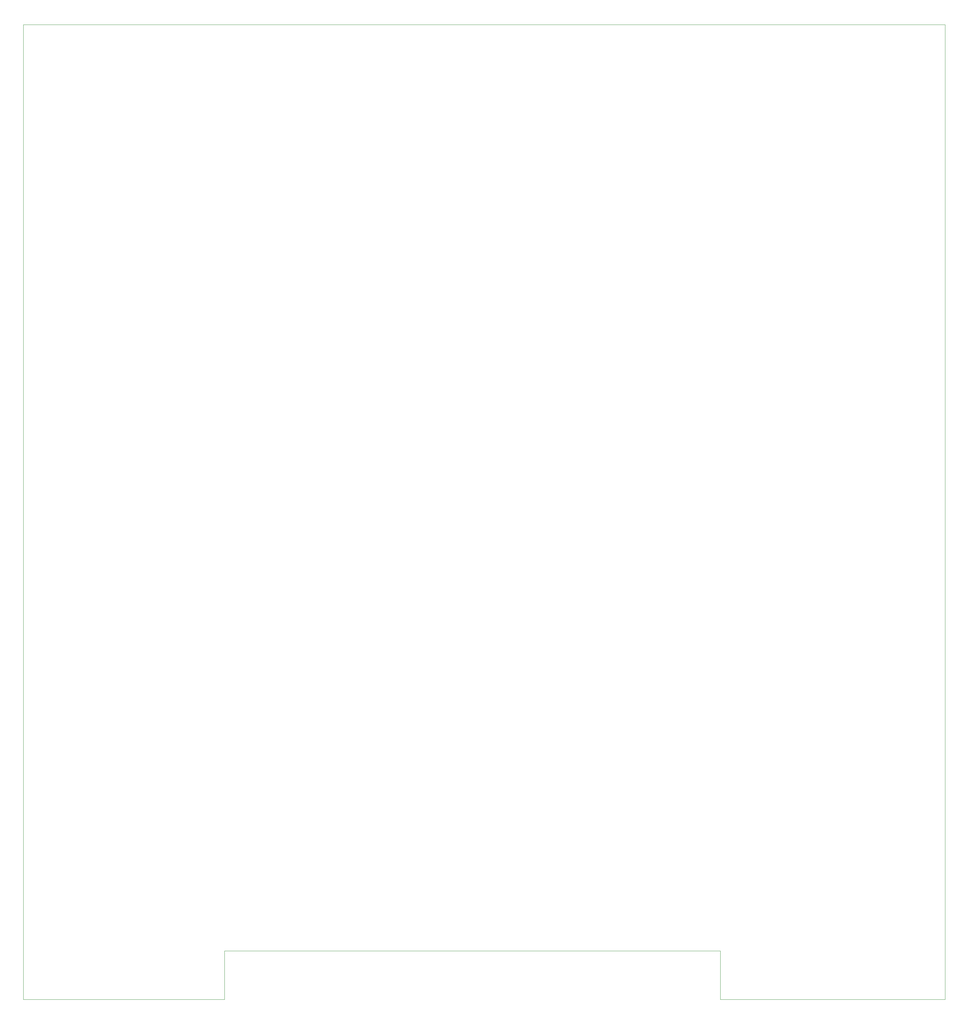
<source format=gbr>
%TF.GenerationSoftware,KiCad,Pcbnew,9.0.4-9.0.4-0~ubuntu22.04.1*%
%TF.CreationDate,2025-12-30T11:42:02-05:00*%
%TF.ProjectId,psc_carrier_brd,7073635f-6361-4727-9269-65725f627264,rev?*%
%TF.SameCoordinates,Original*%
%TF.FileFunction,Profile,NP*%
%FSLAX46Y46*%
G04 Gerber Fmt 4.6, Leading zero omitted, Abs format (unit mm)*
G04 Created by KiCad (PCBNEW 9.0.4-9.0.4-0~ubuntu22.04.1) date 2025-12-30 11:42:02*
%MOMM*%
%LPD*%
G01*
G04 APERTURE LIST*
%TA.AperFunction,Profile*%
%ADD10C,0.050000*%
%TD*%
G04 APERTURE END LIST*
D10*
X63700000Y-80000000D02*
X305000000Y-80000000D01*
X246199000Y-335000000D02*
X246199000Y-322300000D01*
X305000000Y-80000000D02*
X305000000Y-335000000D01*
X116405000Y-322300000D02*
X116405000Y-333730000D01*
X246199000Y-322300000D02*
X116405000Y-322300000D01*
X63700000Y-335000000D02*
X63700000Y-80000000D01*
X305000000Y-335000000D02*
X246199000Y-335000000D01*
X116405000Y-333730000D02*
X116405000Y-335000000D01*
X116405000Y-335000000D02*
X63700000Y-335000000D01*
M02*

</source>
